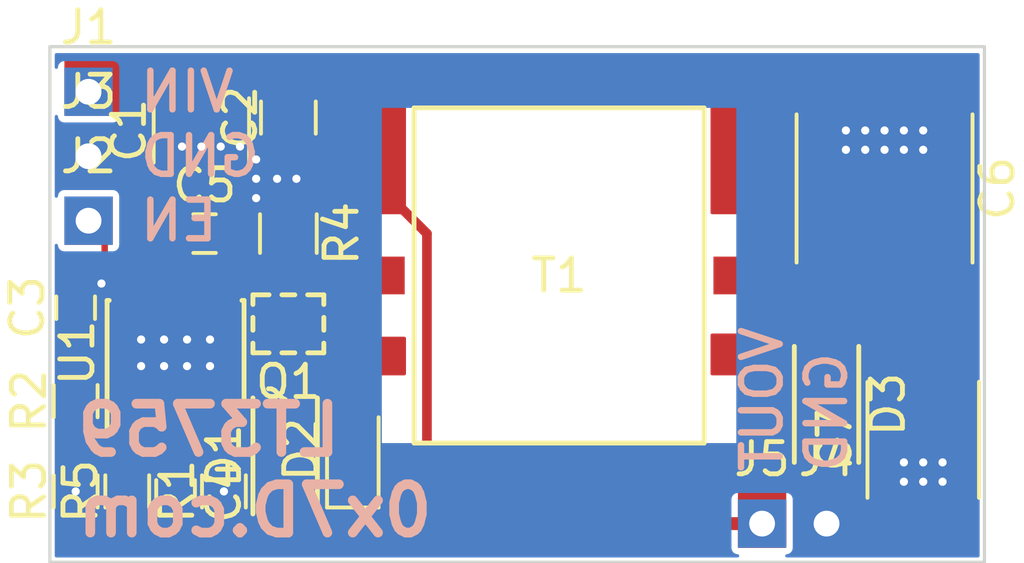
<source format=kicad_pcb>
(kicad_pcb (version 4) (host pcbnew 4.0.7)

  (general
    (links 50)
    (no_connects 0)
    (area 126.725 80.825 159.325 100.275)
    (thickness 1.6)
    (drawings 11)
    (tracks 130)
    (zones 0)
    (modules 23)
    (nets 16)
  )

  (page A4)
  (layers
    (0 F.Cu signal)
    (31 B.Cu signal hide)
    (36 B.SilkS user hide)
    (37 F.SilkS user)
    (38 B.Mask user)
    (39 F.Mask user)
    (44 Edge.Cuts user)
  )

  (setup
    (last_trace_width 0.2)
    (user_trace_width 0.1)
    (user_trace_width 0.2)
    (user_trace_width 0.3)
    (user_trace_width 0.4)
    (user_trace_width 0.5)
    (user_trace_width 0.8)
    (user_trace_width 1)
    (trace_clearance 0.2)
    (zone_clearance 0.1)
    (zone_45_only yes)
    (trace_min 0.1)
    (segment_width 0.2)
    (edge_width 0.1)
    (via_size 0.508)
    (via_drill 0.254)
    (via_min_size 0.508)
    (via_min_drill 0.254)
    (uvia_size 0.3)
    (uvia_drill 0.1)
    (uvias_allowed no)
    (uvia_min_size 0.2)
    (uvia_min_drill 0.1)
    (pcb_text_width 0.3)
    (pcb_text_size 1.5 1.5)
    (mod_edge_width 0.15)
    (mod_text_size 1 1)
    (mod_text_width 0.15)
    (pad_size 0.18 0.56)
    (pad_drill 0)
    (pad_to_mask_clearance 0)
    (aux_axis_origin 0 0)
    (visible_elements 7FFCFFFF)
    (pcbplotparams
      (layerselection 0x00030_80000001)
      (usegerberextensions false)
      (excludeedgelayer true)
      (linewidth 0.100000)
      (plotframeref false)
      (viasonmask false)
      (mode 1)
      (useauxorigin false)
      (hpglpennumber 1)
      (hpglpenspeed 20)
      (hpglpendiameter 15)
      (hpglpenoverlay 2)
      (psnegative false)
      (psa4output false)
      (plotreference true)
      (plotvalue true)
      (plotinvisibletext false)
      (padsonsilk false)
      (subtractmaskfromsilk false)
      (outputformat 1)
      (mirror false)
      (drillshape 1)
      (scaleselection 1)
      (outputdirectory ""))
  )

  (net 0 "")
  (net 1 GNDREF)
  (net 2 "Net-(C1-Pad2)")
  (net 3 "Net-(C3-Pad1)")
  (net 4 "Net-(C4-Pad1)")
  (net 5 "Net-(C5-Pad1)")
  (net 6 "Net-(C6-Pad2)")
  (net 7 "Net-(D1-Pad1)")
  (net 8 "Net-(D2-Pad2)")
  (net 9 "Net-(D3-Pad2)")
  (net 10 "Net-(J2-Pad1)")
  (net 11 "Net-(Q1-Pad3)")
  (net 12 "Net-(Q1-Pad2)")
  (net 13 "Net-(R1-Pad2)")
  (net 14 "Net-(R2-Pad1)")
  (net 15 "Net-(R3-Pad2)")

  (net_class Default "This is the default net class."
    (clearance 0.2)
    (trace_width 0.2)
    (via_dia 0.508)
    (via_drill 0.254)
    (uvia_dia 0.3)
    (uvia_drill 0.1)
    (add_net GNDREF)
    (add_net "Net-(C1-Pad2)")
    (add_net "Net-(C3-Pad1)")
    (add_net "Net-(C4-Pad1)")
    (add_net "Net-(C5-Pad1)")
    (add_net "Net-(C6-Pad2)")
    (add_net "Net-(D1-Pad1)")
    (add_net "Net-(D2-Pad2)")
    (add_net "Net-(D3-Pad2)")
    (add_net "Net-(J2-Pad1)")
    (add_net "Net-(Q1-Pad2)")
    (add_net "Net-(Q1-Pad3)")
    (add_net "Net-(R1-Pad2)")
    (add_net "Net-(R2-Pad1)")
    (add_net "Net-(R3-Pad2)")
  )

  (module Capacitors_SMD:C_1210 (layer F.Cu) (tedit 58AA84E2) (tstamp 5A6CEFB3)
    (at 133.1 85 90)
    (descr "Capacitor SMD 1210, reflow soldering, AVX (see smccp.pdf)")
    (tags "capacitor 1210")
    (path /5A6C10DF)
    (attr smd)
    (fp_text reference C1 (at 0 -2.25 90) (layer F.SilkS)
      (effects (font (size 1 1) (thickness 0.15)))
    )
    (fp_text value C (at 0 2.5 90) (layer F.Fab)
      (effects (font (size 1 1) (thickness 0.15)))
    )
    (fp_text user %R (at 0 -2.25 90) (layer F.Fab)
      (effects (font (size 1 1) (thickness 0.15)))
    )
    (fp_line (start -1.6 1.25) (end -1.6 -1.25) (layer F.Fab) (width 0.1))
    (fp_line (start 1.6 1.25) (end -1.6 1.25) (layer F.Fab) (width 0.1))
    (fp_line (start 1.6 -1.25) (end 1.6 1.25) (layer F.Fab) (width 0.1))
    (fp_line (start -1.6 -1.25) (end 1.6 -1.25) (layer F.Fab) (width 0.1))
    (fp_line (start 1 -1.48) (end -1 -1.48) (layer F.SilkS) (width 0.12))
    (fp_line (start -1 1.48) (end 1 1.48) (layer F.SilkS) (width 0.12))
    (fp_line (start -2.25 -1.5) (end 2.25 -1.5) (layer F.CrtYd) (width 0.05))
    (fp_line (start -2.25 -1.5) (end -2.25 1.5) (layer F.CrtYd) (width 0.05))
    (fp_line (start 2.25 1.5) (end 2.25 -1.5) (layer F.CrtYd) (width 0.05))
    (fp_line (start 2.25 1.5) (end -2.25 1.5) (layer F.CrtYd) (width 0.05))
    (pad 1 smd rect (at -1.5 0 90) (size 1 2.5) (layers F.Cu F.Mask)
      (net 1 GNDREF))
    (pad 2 smd rect (at 1.5 0 90) (size 1 2.5) (layers F.Cu F.Mask)
      (net 2 "Net-(C1-Pad2)"))
    (model Capacitors_SMD.3dshapes/C_1210.wrl
      (at (xyz 0 0 0))
      (scale (xyz 1 1 1))
      (rotate (xyz 0 0 0))
    )
  )

  (module "Custom Parts:EPC2016C" (layer F.Cu) (tedit 5A6D121B) (tstamp 5A6CF00C)
    (at 135.8 91)
    (path /5A6B8B05)
    (fp_text reference Q1 (at 0 1.8) (layer F.SilkS)
      (effects (font (size 1 1) (thickness 0.15)))
    )
    (fp_text value Q_SWITCH (at 0 -1.7) (layer F.Fab)
      (effects (font (size 1 1) (thickness 0.15)))
    )
    (fp_line (start 1.1 0.6) (end 1.1 0.9) (layer F.SilkS) (width 0.15))
    (fp_line (start 1.1 0.9) (end 0.6 0.9) (layer F.SilkS) (width 0.15))
    (fp_line (start 1.1 -0.2) (end 1.1 0.2) (layer F.SilkS) (width 0.15))
    (fp_line (start 1.1 -0.9) (end 1.1 -0.6) (layer F.SilkS) (width 0.15))
    (fp_line (start -0.2 0.9) (end 0.2 0.9) (layer F.SilkS) (width 0.15))
    (fp_line (start -1.1 0.6) (end -1.1 0.9) (layer F.SilkS) (width 0.15))
    (fp_line (start -1.1 0.9) (end -0.6 0.9) (layer F.SilkS) (width 0.15))
    (fp_line (start -1.1 -0.2) (end -1.1 0.2) (layer F.SilkS) (width 0.15))
    (fp_line (start 0.6 -0.9) (end 1.1 -0.9) (layer F.SilkS) (width 0.15))
    (fp_line (start -0.2 -0.9) (end 0.2 -0.9) (layer F.SilkS) (width 0.15))
    (fp_line (start -1.1 -0.9) (end -1.1 -0.6) (layer F.SilkS) (width 0.15))
    (fp_line (start -1.1 -0.9) (end -0.6 -0.9) (layer F.SilkS) (width 0.15))
    (pad 3 smd oval (at 0 0) (size 0.18 1.362) (layers F.Cu F.Mask)
      (net 11 "Net-(Q1-Pad3)"))
    (pad 1 smd oval (at 0.4 0) (size 0.18 1.362) (layers F.Cu F.Mask)
      (net 8 "Net-(D2-Pad2)"))
    (pad 3 smd oval (at 0.8 0) (size 0.18 1.362) (layers F.Cu F.Mask)
      (net 11 "Net-(Q1-Pad3)"))
    (pad 1 smd oval (at -0.4 0) (size 0.18 1.362) (layers F.Cu F.Mask)
      (net 8 "Net-(D2-Pad2)"))
    (pad 4 smd oval (at -0.8 0.401) (size 0.18 0.56) (layers F.Cu F.Mask)
      (net 1 GNDREF))
    (pad 2 smd oval (at -0.8 -0.401) (size 0.18 0.56) (layers F.Cu F.Mask)
      (net 12 "Net-(Q1-Pad2)"))
  )

  (module Capacitors_SMD:C_0603 (layer F.Cu) (tedit 59958EE7) (tstamp 5A6CEFC5)
    (at 132.3 96.2 270)
    (descr "Capacitor SMD 0603, reflow soldering, AVX (see smccp.pdf)")
    (tags "capacitor 0603")
    (path /5A6C6769)
    (attr smd)
    (fp_text reference C4 (at 0 -1.5 270) (layer F.SilkS)
      (effects (font (size 1 1) (thickness 0.15)))
    )
    (fp_text value C_SS (at 0 1.5 270) (layer F.Fab)
      (effects (font (size 1 1) (thickness 0.15)))
    )
    (fp_line (start 1.4 0.65) (end -1.4 0.65) (layer F.CrtYd) (width 0.05))
    (fp_line (start 1.4 0.65) (end 1.4 -0.65) (layer F.CrtYd) (width 0.05))
    (fp_line (start -1.4 -0.65) (end -1.4 0.65) (layer F.CrtYd) (width 0.05))
    (fp_line (start -1.4 -0.65) (end 1.4 -0.65) (layer F.CrtYd) (width 0.05))
    (fp_line (start 0.35 0.6) (end -0.35 0.6) (layer F.SilkS) (width 0.12))
    (fp_line (start -0.35 -0.6) (end 0.35 -0.6) (layer F.SilkS) (width 0.12))
    (fp_line (start -0.8 -0.4) (end 0.8 -0.4) (layer F.Fab) (width 0.1))
    (fp_line (start 0.8 -0.4) (end 0.8 0.4) (layer F.Fab) (width 0.1))
    (fp_line (start 0.8 0.4) (end -0.8 0.4) (layer F.Fab) (width 0.1))
    (fp_line (start -0.8 0.4) (end -0.8 -0.4) (layer F.Fab) (width 0.1))
    (fp_text user %R (at 0 0 270) (layer F.Fab)
      (effects (font (size 0.3 0.3) (thickness 0.075)))
    )
    (pad 2 smd rect (at 0.75 0 270) (size 0.8 0.75) (layers F.Cu F.Mask)
      (net 1 GNDREF))
    (pad 1 smd rect (at -0.75 0 270) (size 0.8 0.75) (layers F.Cu F.Mask)
      (net 4 "Net-(C4-Pad1)"))
    (model Capacitors_SMD.3dshapes/C_0603.wrl
      (at (xyz 0 0 0))
      (scale (xyz 1 1 1))
      (rotate (xyz 0 0 0))
    )
  )

  (module Capacitors_SMD:C_0805 (layer F.Cu) (tedit 58AA8463) (tstamp 5A6CEFB9)
    (at 135.8 84.6 90)
    (descr "Capacitor SMD 0805, reflow soldering, AVX (see smccp.pdf)")
    (tags "capacitor 0805")
    (path /5A6C0FBE)
    (attr smd)
    (fp_text reference C2 (at 0 -1.5 90) (layer F.SilkS)
      (effects (font (size 1 1) (thickness 0.15)))
    )
    (fp_text value C (at 0 1.75 90) (layer F.Fab)
      (effects (font (size 1 1) (thickness 0.15)))
    )
    (fp_text user %R (at 0 -1.5 90) (layer F.Fab)
      (effects (font (size 1 1) (thickness 0.15)))
    )
    (fp_line (start -1 0.62) (end -1 -0.62) (layer F.Fab) (width 0.1))
    (fp_line (start 1 0.62) (end -1 0.62) (layer F.Fab) (width 0.1))
    (fp_line (start 1 -0.62) (end 1 0.62) (layer F.Fab) (width 0.1))
    (fp_line (start -1 -0.62) (end 1 -0.62) (layer F.Fab) (width 0.1))
    (fp_line (start 0.5 -0.85) (end -0.5 -0.85) (layer F.SilkS) (width 0.12))
    (fp_line (start -0.5 0.85) (end 0.5 0.85) (layer F.SilkS) (width 0.12))
    (fp_line (start -1.75 -0.88) (end 1.75 -0.88) (layer F.CrtYd) (width 0.05))
    (fp_line (start -1.75 -0.88) (end -1.75 0.87) (layer F.CrtYd) (width 0.05))
    (fp_line (start 1.75 0.87) (end 1.75 -0.88) (layer F.CrtYd) (width 0.05))
    (fp_line (start 1.75 0.87) (end -1.75 0.87) (layer F.CrtYd) (width 0.05))
    (pad 1 smd rect (at -1 0 90) (size 1 1.25) (layers F.Cu F.Mask)
      (net 1 GNDREF))
    (pad 2 smd rect (at 1 0 90) (size 1 1.25) (layers F.Cu F.Mask)
      (net 2 "Net-(C1-Pad2)"))
    (model Capacitors_SMD.3dshapes/C_0805.wrl
      (at (xyz 0 0 0))
      (scale (xyz 1 1 1))
      (rotate (xyz 0 0 0))
    )
  )

  (module Capacitors_SMD:C_0603 (layer F.Cu) (tedit 59958EE7) (tstamp 5A6CEFBF)
    (at 129.2 90.5 90)
    (descr "Capacitor SMD 0603, reflow soldering, AVX (see smccp.pdf)")
    (tags "capacitor 0603")
    (path /5A6B89DB)
    (attr smd)
    (fp_text reference C3 (at 0 -1.5 90) (layer F.SilkS)
      (effects (font (size 1 1) (thickness 0.15)))
    )
    (fp_text value C_VC (at 0 1.5 90) (layer F.Fab)
      (effects (font (size 1 1) (thickness 0.15)))
    )
    (fp_line (start 1.4 0.65) (end -1.4 0.65) (layer F.CrtYd) (width 0.05))
    (fp_line (start 1.4 0.65) (end 1.4 -0.65) (layer F.CrtYd) (width 0.05))
    (fp_line (start -1.4 -0.65) (end -1.4 0.65) (layer F.CrtYd) (width 0.05))
    (fp_line (start -1.4 -0.65) (end 1.4 -0.65) (layer F.CrtYd) (width 0.05))
    (fp_line (start 0.35 0.6) (end -0.35 0.6) (layer F.SilkS) (width 0.12))
    (fp_line (start -0.35 -0.6) (end 0.35 -0.6) (layer F.SilkS) (width 0.12))
    (fp_line (start -0.8 -0.4) (end 0.8 -0.4) (layer F.Fab) (width 0.1))
    (fp_line (start 0.8 -0.4) (end 0.8 0.4) (layer F.Fab) (width 0.1))
    (fp_line (start 0.8 0.4) (end -0.8 0.4) (layer F.Fab) (width 0.1))
    (fp_line (start -0.8 0.4) (end -0.8 -0.4) (layer F.Fab) (width 0.1))
    (fp_text user %R (at 0 0 90) (layer F.Fab)
      (effects (font (size 0.3 0.3) (thickness 0.075)))
    )
    (pad 2 smd rect (at 0.75 0 90) (size 0.8 0.75) (layers F.Cu F.Mask)
      (net 1 GNDREF))
    (pad 1 smd rect (at -0.75 0 90) (size 0.8 0.75) (layers F.Cu F.Mask)
      (net 3 "Net-(C3-Pad1)"))
    (model Capacitors_SMD.3dshapes/C_0603.wrl
      (at (xyz 0 0 0))
      (scale (xyz 1 1 1))
      (rotate (xyz 0 0 0))
    )
  )

  (module Capacitors_SMD:C_2220 (layer F.Cu) (tedit 58AA8565) (tstamp 5A6CEFD1)
    (at 154.3 86.8 270)
    (descr "Capacitor SMD 2220, reflow soldering, AVX (see smccp.pdf)")
    (tags "capacitor 2220")
    (path /5A6B92D0)
    (attr smd)
    (fp_text reference C6 (at 0 -3.5 270) (layer F.SilkS)
      (effects (font (size 1 1) (thickness 0.15)))
    )
    (fp_text value C_OUT (at 0 3.75 270) (layer F.Fab)
      (effects (font (size 1 1) (thickness 0.15)))
    )
    (fp_text user %R (at 0 -3.5 270) (layer F.Fab)
      (effects (font (size 1 1) (thickness 0.15)))
    )
    (fp_line (start -2.75 2.5) (end -2.75 -2.5) (layer F.Fab) (width 0.1))
    (fp_line (start 2.75 2.5) (end -2.75 2.5) (layer F.Fab) (width 0.1))
    (fp_line (start 2.75 -2.5) (end 2.75 2.5) (layer F.Fab) (width 0.1))
    (fp_line (start -2.75 -2.5) (end 2.75 -2.5) (layer F.Fab) (width 0.1))
    (fp_line (start 2.3 -2.73) (end -2.3 -2.73) (layer F.SilkS) (width 0.12))
    (fp_line (start -2.3 2.73) (end 2.3 2.73) (layer F.SilkS) (width 0.12))
    (fp_line (start -3.55 -2.75) (end 3.55 -2.75) (layer F.CrtYd) (width 0.05))
    (fp_line (start -3.55 -2.75) (end -3.55 2.75) (layer F.CrtYd) (width 0.05))
    (fp_line (start 3.55 2.75) (end 3.55 -2.75) (layer F.CrtYd) (width 0.05))
    (fp_line (start 3.55 2.75) (end -3.55 2.75) (layer F.CrtYd) (width 0.05))
    (pad 1 smd rect (at -2.8 0 270) (size 1 5) (layers F.Cu F.Mask)
      (net 1 GNDREF))
    (pad 2 smd rect (at 2.8 0 270) (size 1 5) (layers F.Cu F.Mask)
      (net 6 "Net-(C6-Pad2)"))
    (model Capacitors_SMD.3dshapes/C_2220.wrl
      (at (xyz 0 0 0))
      (scale (xyz 1 1 1))
      (rotate (xyz 0 0 0))
    )
  )

  (module Capacitors_SMD:C_1812 (layer F.Cu) (tedit 58AA850E) (tstamp 5A6CEFD7)
    (at 155.5 94.6 90)
    (descr "Capacitor SMD 1812, reflow soldering, AVX (see smccp.pdf)")
    (tags "capacitor 1812")
    (path /5A6B93C6)
    (attr smd)
    (fp_text reference C7 (at 0 -2.75 90) (layer F.SilkS)
      (effects (font (size 1 1) (thickness 0.15)))
    )
    (fp_text value C_OUT (at 0 2.75 90) (layer F.Fab)
      (effects (font (size 1 1) (thickness 0.15)))
    )
    (fp_text user %R (at 0 -2.75 90) (layer F.Fab)
      (effects (font (size 1 1) (thickness 0.15)))
    )
    (fp_line (start -2.25 1.6) (end -2.25 -1.6) (layer F.Fab) (width 0.1))
    (fp_line (start 2.25 1.6) (end -2.25 1.6) (layer F.Fab) (width 0.1))
    (fp_line (start 2.25 -1.6) (end 2.25 1.6) (layer F.Fab) (width 0.1))
    (fp_line (start -2.25 -1.6) (end 2.25 -1.6) (layer F.Fab) (width 0.1))
    (fp_line (start 1.8 -1.73) (end -1.8 -1.73) (layer F.SilkS) (width 0.12))
    (fp_line (start -1.8 1.73) (end 1.8 1.73) (layer F.SilkS) (width 0.12))
    (fp_line (start -3.05 -1.85) (end 3.05 -1.85) (layer F.CrtYd) (width 0.05))
    (fp_line (start -3.05 -1.85) (end -3.05 1.85) (layer F.CrtYd) (width 0.05))
    (fp_line (start 3.05 1.85) (end 3.05 -1.85) (layer F.CrtYd) (width 0.05))
    (fp_line (start 3.05 1.85) (end -3.05 1.85) (layer F.CrtYd) (width 0.05))
    (pad 1 smd rect (at -2.3 0 90) (size 1 3) (layers F.Cu F.Mask)
      (net 1 GNDREF))
    (pad 2 smd rect (at 2.3 0 90) (size 1 3) (layers F.Cu F.Mask)
      (net 6 "Net-(C6-Pad2)"))
    (model Capacitors_SMD.3dshapes/C_1812.wrl
      (at (xyz 0 0 0))
      (scale (xyz 1 1 1))
      (rotate (xyz 0 0 0))
    )
  )

  (module "Custom Parts:DO-219AB" (layer F.Cu) (tedit 5A6CE6FC) (tstamp 5A6CEFDD)
    (at 135.7 95.1 270)
    (path /5A6BF6C3)
    (fp_text reference D1 (at 0 1.9 270) (layer F.SilkS)
      (effects (font (size 1 1) (thickness 0.15)))
    )
    (fp_text value D_ZSN (at 0 -1.8 270) (layer F.Fab)
      (effects (font (size 1 1) (thickness 0.15)))
    )
    (fp_line (start -1.8 1) (end 1.8 1) (layer F.SilkS) (width 0.15))
    (fp_line (start -1.8 -1) (end 1.8 -1) (layer F.SilkS) (width 0.15))
    (pad 1 smd rect (at -1.45 0 270) (size 1.3 1.4) (layers F.Cu F.Mask)
      (net 7 "Net-(D1-Pad1)"))
    (pad 2 smd rect (at 1.45 0 270) (size 1.3 1.4) (layers F.Cu F.Mask)
      (net 2 "Net-(C1-Pad2)"))
  )

  (module "Custom Parts:MicroSMP" (layer F.Cu) (tedit 5A5A94B4) (tstamp 5A6CEFE3)
    (at 137.8 94.9 90)
    (descr "Diode SMD in 0805 package http://datasheets.avx.com/schottky.pdf")
    (tags "smd diode")
    (path /5A6B96DB)
    (attr smd)
    (fp_text reference D2 (at 0 -1.6 90) (layer F.SilkS)
      (effects (font (size 1 1) (thickness 0.15)))
    )
    (fp_text value D_SN (at 0 1.7 90) (layer F.Fab)
      (effects (font (size 1 1) (thickness 0.15)))
    )
    (fp_text user %R (at 0 -1.6 90) (layer F.Fab)
      (effects (font (size 1 1) (thickness 0.15)))
    )
    (fp_line (start -1.8 -0.8) (end -1.8 0.8) (layer F.SilkS) (width 0.12))
    (fp_line (start -1.9 0.88) (end -1.9 -0.88) (layer F.CrtYd) (width 0.05))
    (fp_line (start 1.9 0.88) (end -1.9 0.88) (layer F.CrtYd) (width 0.05))
    (fp_line (start 1.9 -0.88) (end 1.9 0.88) (layer F.CrtYd) (width 0.05))
    (fp_line (start -1.9 -0.88) (end 1.9 -0.88) (layer F.CrtYd) (width 0.05))
    (fp_line (start 0.2 0) (end 0.4 0) (layer F.Fab) (width 0.1))
    (fp_line (start -0.1 0) (end -0.3 0) (layer F.Fab) (width 0.1))
    (fp_line (start -0.1 -0.2) (end -0.1 0.2) (layer F.Fab) (width 0.1))
    (fp_line (start 0.2 0.2) (end 0.2 -0.2) (layer F.Fab) (width 0.1))
    (fp_line (start -0.1 0) (end 0.2 0.2) (layer F.Fab) (width 0.1))
    (fp_line (start 0.2 -0.2) (end -0.1 0) (layer F.Fab) (width 0.1))
    (fp_line (start -1 0.65) (end -1 -0.65) (layer F.Fab) (width 0.1))
    (fp_line (start 1 0.65) (end -1 0.65) (layer F.Fab) (width 0.1))
    (fp_line (start 1 -0.65) (end 1 0.65) (layer F.Fab) (width 0.1))
    (fp_line (start -1 -0.65) (end 1 -0.65) (layer F.Fab) (width 0.1))
    (fp_line (start -1.8 0.8) (end 1 0.8) (layer F.SilkS) (width 0.12))
    (fp_line (start -1.8 -0.8) (end 1 -0.8) (layer F.SilkS) (width 0.12))
    (pad 1 smd rect (at -0.65 0 90) (size 2 1.1) (layers F.Cu F.Mask)
      (net 7 "Net-(D1-Pad1)"))
    (pad 2 smd rect (at 1.25 0 90) (size 0.8 0.8) (layers F.Cu F.Mask)
      (net 8 "Net-(D2-Pad2)"))
    (model ${KISYS3DMOD}/Diodes_SMD.3dshapes/D_0805.wrl
      (at (xyz 0 0 0))
      (scale (xyz 1 1 1))
      (rotate (xyz 0 0 0))
    )
  )

  (module "Custom Parts:SOD-123W" (layer F.Cu) (tedit 5A6CE79A) (tstamp 5A6CEFE9)
    (at 152.5 93.5 90)
    (path /5A6B91C6)
    (fp_text reference D3 (at 0 1.9 90) (layer F.SilkS)
      (effects (font (size 1 1) (thickness 0.15)))
    )
    (fp_text value D_RECT (at 0 -1.8 90) (layer F.Fab)
      (effects (font (size 1 1) (thickness 0.15)))
    )
    (fp_line (start -1.8 1) (end 1.8 1) (layer F.SilkS) (width 0.15))
    (fp_line (start -1.8 -1) (end 1.8 -1) (layer F.SilkS) (width 0.15))
    (pad 1 smd rect (at -1.55 0 90) (size 1.2 1.4) (layers F.Cu F.Mask)
      (net 6 "Net-(C6-Pad2)"))
    (pad 2 smd rect (at 1.55 0 90) (size 1.2 1.4) (layers F.Cu F.Mask)
      (net 9 "Net-(D3-Pad2)"))
  )

  (module Measurement_Points:Measurement_Point_Square-TH_Small (layer F.Cu) (tedit 56C360B9) (tstamp 5A6CEFEE)
    (at 129.6 83.8)
    (descr "Mesurement Point, Square, Trough Hole,  1.5mm x 1.5mm, Drill 0.8mm,")
    (tags "Mesurement Point Square Trough Hole 1.5x1.5mm Drill 0.8mm")
    (path /5A6C1261)
    (attr virtual)
    (fp_text reference J1 (at 0 -2) (layer F.SilkS)
      (effects (font (size 1 1) (thickness 0.15)))
    )
    (fp_text value VIN (at 0 2) (layer F.Fab)
      (effects (font (size 1 1) (thickness 0.15)))
    )
    (fp_line (start -1 -1) (end 1 -1) (layer F.CrtYd) (width 0.05))
    (fp_line (start 1 -1) (end 1 1) (layer F.CrtYd) (width 0.05))
    (fp_line (start 1 1) (end -1 1) (layer F.CrtYd) (width 0.05))
    (fp_line (start -1 1) (end -1 -1) (layer F.CrtYd) (width 0.05))
    (pad 1 thru_hole rect (at 0 0) (size 1.5 1.5) (drill 0.8) (layers *.Cu *.Mask)
      (net 2 "Net-(C1-Pad2)"))
  )

  (module Measurement_Points:Measurement_Point_Square-TH_Small (layer F.Cu) (tedit 56C360B9) (tstamp 5A6CEFF3)
    (at 129.6 87.8)
    (descr "Mesurement Point, Square, Trough Hole,  1.5mm x 1.5mm, Drill 0.8mm,")
    (tags "Mesurement Point Square Trough Hole 1.5x1.5mm Drill 0.8mm")
    (path /5A6D210E)
    (attr virtual)
    (fp_text reference J2 (at 0 -2) (layer F.SilkS)
      (effects (font (size 1 1) (thickness 0.15)))
    )
    (fp_text value EN (at 0 2) (layer F.Fab)
      (effects (font (size 1 1) (thickness 0.15)))
    )
    (fp_line (start -1 -1) (end 1 -1) (layer F.CrtYd) (width 0.05))
    (fp_line (start 1 -1) (end 1 1) (layer F.CrtYd) (width 0.05))
    (fp_line (start 1 1) (end -1 1) (layer F.CrtYd) (width 0.05))
    (fp_line (start -1 1) (end -1 -1) (layer F.CrtYd) (width 0.05))
    (pad 1 thru_hole rect (at 0 0) (size 1.5 1.5) (drill 0.8) (layers *.Cu *.Mask)
      (net 10 "Net-(J2-Pad1)"))
  )

  (module Measurement_Points:Measurement_Point_Square-TH_Small (layer F.Cu) (tedit 5A6D0E66) (tstamp 5A6CEFF8)
    (at 129.6 85.8)
    (descr "Mesurement Point, Square, Trough Hole,  1.5mm x 1.5mm, Drill 0.8mm,")
    (tags "Mesurement Point Square Trough Hole 1.5x1.5mm Drill 0.8mm")
    (path /5A6D14D6)
    (attr virtual)
    (fp_text reference J3 (at 0 -2) (layer F.SilkS)
      (effects (font (size 1 1) (thickness 0.15)))
    )
    (fp_text value GND (at 0 2) (layer F.Fab)
      (effects (font (size 1 1) (thickness 0.15)))
    )
    (fp_line (start -1 -1) (end 1 -1) (layer F.CrtYd) (width 0.05))
    (fp_line (start 1 -1) (end 1 1) (layer F.CrtYd) (width 0.05))
    (fp_line (start 1 1) (end -1 1) (layer F.CrtYd) (width 0.05))
    (fp_line (start -1 1) (end -1 -1) (layer F.CrtYd) (width 0.05))
    (pad 1 thru_hole rect (at 0 0) (size 1.5 1.5) (drill 0.8) (layers *.Cu *.Mask)
      (net 1 GNDREF))
  )

  (module Measurement_Points:Measurement_Point_Square-TH_Small (layer F.Cu) (tedit 56C360B9) (tstamp 5A6CEFFD)
    (at 152.5 97.2)
    (descr "Mesurement Point, Square, Trough Hole,  1.5mm x 1.5mm, Drill 0.8mm,")
    (tags "Mesurement Point Square Trough Hole 1.5x1.5mm Drill 0.8mm")
    (path /5A6C4E27)
    (attr virtual)
    (fp_text reference J4 (at 0 -2) (layer F.SilkS)
      (effects (font (size 1 1) (thickness 0.15)))
    )
    (fp_text value GND (at 0 2) (layer F.Fab)
      (effects (font (size 1 1) (thickness 0.15)))
    )
    (fp_line (start -1 -1) (end 1 -1) (layer F.CrtYd) (width 0.05))
    (fp_line (start 1 -1) (end 1 1) (layer F.CrtYd) (width 0.05))
    (fp_line (start 1 1) (end -1 1) (layer F.CrtYd) (width 0.05))
    (fp_line (start -1 1) (end -1 -1) (layer F.CrtYd) (width 0.05))
    (pad 1 thru_hole rect (at 0 0) (size 1.5 1.5) (drill 0.8) (layers *.Cu *.Mask)
      (net 1 GNDREF))
  )

  (module Measurement_Points:Measurement_Point_Square-TH_Small (layer F.Cu) (tedit 56C360B9) (tstamp 5A6CF002)
    (at 150.5 97.2)
    (descr "Mesurement Point, Square, Trough Hole,  1.5mm x 1.5mm, Drill 0.8mm,")
    (tags "Mesurement Point Square Trough Hole 1.5x1.5mm Drill 0.8mm")
    (path /5A6C51D4)
    (attr virtual)
    (fp_text reference J5 (at 0 -2) (layer F.SilkS)
      (effects (font (size 1 1) (thickness 0.15)))
    )
    (fp_text value VOUT (at 0 2) (layer F.Fab)
      (effects (font (size 1 1) (thickness 0.15)))
    )
    (fp_line (start -1 -1) (end 1 -1) (layer F.CrtYd) (width 0.05))
    (fp_line (start 1 -1) (end 1 1) (layer F.CrtYd) (width 0.05))
    (fp_line (start 1 1) (end -1 1) (layer F.CrtYd) (width 0.05))
    (fp_line (start -1 1) (end -1 -1) (layer F.CrtYd) (width 0.05))
    (pad 1 thru_hole rect (at 0 0) (size 1.5 1.5) (drill 0.8) (layers *.Cu *.Mask)
      (net 6 "Net-(C6-Pad2)"))
  )

  (module Resistors_SMD:R_0603 (layer F.Cu) (tedit 58E0A804) (tstamp 5A6CF012)
    (at 133.8 96.2 90)
    (descr "Resistor SMD 0603, reflow soldering, Vishay (see dcrcw.pdf)")
    (tags "resistor 0603")
    (path /5A6BAAF4)
    (attr smd)
    (fp_text reference R1 (at 0 -1.45 90) (layer F.SilkS)
      (effects (font (size 1 1) (thickness 0.15)))
    )
    (fp_text value R_FREQ (at 0 1.5 90) (layer F.Fab)
      (effects (font (size 1 1) (thickness 0.15)))
    )
    (fp_text user %R (at 0 0 90) (layer F.Fab)
      (effects (font (size 0.4 0.4) (thickness 0.075)))
    )
    (fp_line (start -0.8 0.4) (end -0.8 -0.4) (layer F.Fab) (width 0.1))
    (fp_line (start 0.8 0.4) (end -0.8 0.4) (layer F.Fab) (width 0.1))
    (fp_line (start 0.8 -0.4) (end 0.8 0.4) (layer F.Fab) (width 0.1))
    (fp_line (start -0.8 -0.4) (end 0.8 -0.4) (layer F.Fab) (width 0.1))
    (fp_line (start 0.5 0.68) (end -0.5 0.68) (layer F.SilkS) (width 0.12))
    (fp_line (start -0.5 -0.68) (end 0.5 -0.68) (layer F.SilkS) (width 0.12))
    (fp_line (start -1.25 -0.7) (end 1.25 -0.7) (layer F.CrtYd) (width 0.05))
    (fp_line (start -1.25 -0.7) (end -1.25 0.7) (layer F.CrtYd) (width 0.05))
    (fp_line (start 1.25 0.7) (end 1.25 -0.7) (layer F.CrtYd) (width 0.05))
    (fp_line (start 1.25 0.7) (end -1.25 0.7) (layer F.CrtYd) (width 0.05))
    (pad 1 smd rect (at -0.75 0 90) (size 0.5 0.9) (layers F.Cu F.Mask)
      (net 1 GNDREF))
    (pad 2 smd rect (at 0.75 0 90) (size 0.5 0.9) (layers F.Cu F.Mask)
      (net 13 "Net-(R1-Pad2)"))
    (model ${KISYS3DMOD}/Resistors_SMD.3dshapes/R_0603.wrl
      (at (xyz 0 0 0))
      (scale (xyz 1 1 1))
      (rotate (xyz 0 0 0))
    )
  )

  (module Resistors_SMD:R_0603 (layer F.Cu) (tedit 58E0A804) (tstamp 5A6CF018)
    (at 129.2 93.4 90)
    (descr "Resistor SMD 0603, reflow soldering, Vishay (see dcrcw.pdf)")
    (tags "resistor 0603")
    (path /5A6B8978)
    (attr smd)
    (fp_text reference R2 (at 0 -1.45 90) (layer F.SilkS)
      (effects (font (size 1 1) (thickness 0.15)))
    )
    (fp_text value R_VC (at 0 1.5 90) (layer F.Fab)
      (effects (font (size 1 1) (thickness 0.15)))
    )
    (fp_text user %R (at 0 0 90) (layer F.Fab)
      (effects (font (size 0.4 0.4) (thickness 0.075)))
    )
    (fp_line (start -0.8 0.4) (end -0.8 -0.4) (layer F.Fab) (width 0.1))
    (fp_line (start 0.8 0.4) (end -0.8 0.4) (layer F.Fab) (width 0.1))
    (fp_line (start 0.8 -0.4) (end 0.8 0.4) (layer F.Fab) (width 0.1))
    (fp_line (start -0.8 -0.4) (end 0.8 -0.4) (layer F.Fab) (width 0.1))
    (fp_line (start 0.5 0.68) (end -0.5 0.68) (layer F.SilkS) (width 0.12))
    (fp_line (start -0.5 -0.68) (end 0.5 -0.68) (layer F.SilkS) (width 0.12))
    (fp_line (start -1.25 -0.7) (end 1.25 -0.7) (layer F.CrtYd) (width 0.05))
    (fp_line (start -1.25 -0.7) (end -1.25 0.7) (layer F.CrtYd) (width 0.05))
    (fp_line (start 1.25 0.7) (end 1.25 -0.7) (layer F.CrtYd) (width 0.05))
    (fp_line (start 1.25 0.7) (end -1.25 0.7) (layer F.CrtYd) (width 0.05))
    (pad 1 smd rect (at -0.75 0 90) (size 0.5 0.9) (layers F.Cu F.Mask)
      (net 14 "Net-(R2-Pad1)"))
    (pad 2 smd rect (at 0.75 0 90) (size 0.5 0.9) (layers F.Cu F.Mask)
      (net 3 "Net-(C3-Pad1)"))
    (model ${KISYS3DMOD}/Resistors_SMD.3dshapes/R_0603.wrl
      (at (xyz 0 0 0))
      (scale (xyz 1 1 1))
      (rotate (xyz 0 0 0))
    )
  )

  (module Resistors_SMD:R_0603 (layer F.Cu) (tedit 58E0A804) (tstamp 5A6CF01E)
    (at 129.2 96.2 90)
    (descr "Resistor SMD 0603, reflow soldering, Vishay (see dcrcw.pdf)")
    (tags "resistor 0603")
    (path /5A6B9FBA)
    (attr smd)
    (fp_text reference R3 (at 0 -1.45 90) (layer F.SilkS)
      (effects (font (size 1 1) (thickness 0.15)))
    )
    (fp_text value R_BIAS (at 0 1.5 90) (layer F.Fab)
      (effects (font (size 1 1) (thickness 0.15)))
    )
    (fp_text user %R (at 0 0 90) (layer F.Fab)
      (effects (font (size 0.4 0.4) (thickness 0.075)))
    )
    (fp_line (start -0.8 0.4) (end -0.8 -0.4) (layer F.Fab) (width 0.1))
    (fp_line (start 0.8 0.4) (end -0.8 0.4) (layer F.Fab) (width 0.1))
    (fp_line (start 0.8 -0.4) (end 0.8 0.4) (layer F.Fab) (width 0.1))
    (fp_line (start -0.8 -0.4) (end 0.8 -0.4) (layer F.Fab) (width 0.1))
    (fp_line (start 0.5 0.68) (end -0.5 0.68) (layer F.SilkS) (width 0.12))
    (fp_line (start -0.5 -0.68) (end 0.5 -0.68) (layer F.SilkS) (width 0.12))
    (fp_line (start -1.25 -0.7) (end 1.25 -0.7) (layer F.CrtYd) (width 0.05))
    (fp_line (start -1.25 -0.7) (end -1.25 0.7) (layer F.CrtYd) (width 0.05))
    (fp_line (start 1.25 0.7) (end 1.25 -0.7) (layer F.CrtYd) (width 0.05))
    (fp_line (start 1.25 0.7) (end -1.25 0.7) (layer F.CrtYd) (width 0.05))
    (pad 1 smd rect (at -0.75 0 90) (size 0.5 0.9) (layers F.Cu F.Mask)
      (net 1 GNDREF))
    (pad 2 smd rect (at 0.75 0 90) (size 0.5 0.9) (layers F.Cu F.Mask)
      (net 15 "Net-(R3-Pad2)"))
    (model ${KISYS3DMOD}/Resistors_SMD.3dshapes/R_0603.wrl
      (at (xyz 0 0 0))
      (scale (xyz 1 1 1))
      (rotate (xyz 0 0 0))
    )
  )

  (module Resistors_SMD:R_0805 (layer F.Cu) (tedit 58E0A804) (tstamp 5A6CF024)
    (at 135.8 88.2 270)
    (descr "Resistor SMD 0805, reflow soldering, Vishay (see dcrcw.pdf)")
    (tags "resistor 0805")
    (path /5A6B8B69)
    (attr smd)
    (fp_text reference R4 (at 0 -1.65 270) (layer F.SilkS)
      (effects (font (size 1 1) (thickness 0.15)))
    )
    (fp_text value R_SENSE (at 0 1.75 270) (layer F.Fab)
      (effects (font (size 1 1) (thickness 0.15)))
    )
    (fp_text user %R (at 0 0 270) (layer F.Fab)
      (effects (font (size 0.5 0.5) (thickness 0.075)))
    )
    (fp_line (start -1 0.62) (end -1 -0.62) (layer F.Fab) (width 0.1))
    (fp_line (start 1 0.62) (end -1 0.62) (layer F.Fab) (width 0.1))
    (fp_line (start 1 -0.62) (end 1 0.62) (layer F.Fab) (width 0.1))
    (fp_line (start -1 -0.62) (end 1 -0.62) (layer F.Fab) (width 0.1))
    (fp_line (start 0.6 0.88) (end -0.6 0.88) (layer F.SilkS) (width 0.12))
    (fp_line (start -0.6 -0.88) (end 0.6 -0.88) (layer F.SilkS) (width 0.12))
    (fp_line (start -1.55 -0.9) (end 1.55 -0.9) (layer F.CrtYd) (width 0.05))
    (fp_line (start -1.55 -0.9) (end -1.55 0.9) (layer F.CrtYd) (width 0.05))
    (fp_line (start 1.55 0.9) (end 1.55 -0.9) (layer F.CrtYd) (width 0.05))
    (fp_line (start 1.55 0.9) (end -1.55 0.9) (layer F.CrtYd) (width 0.05))
    (pad 1 smd rect (at -0.95 0 270) (size 0.7 1.3) (layers F.Cu F.Mask)
      (net 1 GNDREF))
    (pad 2 smd rect (at 0.95 0 270) (size 0.7 1.3) (layers F.Cu F.Mask)
      (net 11 "Net-(Q1-Pad3)"))
    (model ${KISYS3DMOD}/Resistors_SMD.3dshapes/R_0805.wrl
      (at (xyz 0 0 0))
      (scale (xyz 1 1 1))
      (rotate (xyz 0 0 0))
    )
  )

  (module Resistors_SMD:R_0603 (layer F.Cu) (tedit 58E0A804) (tstamp 5A6CF02A)
    (at 130.8 96.2 90)
    (descr "Resistor SMD 0603, reflow soldering, Vishay (see dcrcw.pdf)")
    (tags "resistor 0603")
    (path /5A6B9F37)
    (attr smd)
    (fp_text reference R5 (at 0 -1.45 90) (layer F.SilkS)
      (effects (font (size 1 1) (thickness 0.15)))
    )
    (fp_text value R_FB (at 0 1.5 90) (layer F.Fab)
      (effects (font (size 1 1) (thickness 0.15)))
    )
    (fp_text user %R (at 0 0 90) (layer F.Fab)
      (effects (font (size 0.4 0.4) (thickness 0.075)))
    )
    (fp_line (start -0.8 0.4) (end -0.8 -0.4) (layer F.Fab) (width 0.1))
    (fp_line (start 0.8 0.4) (end -0.8 0.4) (layer F.Fab) (width 0.1))
    (fp_line (start 0.8 -0.4) (end 0.8 0.4) (layer F.Fab) (width 0.1))
    (fp_line (start -0.8 -0.4) (end 0.8 -0.4) (layer F.Fab) (width 0.1))
    (fp_line (start 0.5 0.68) (end -0.5 0.68) (layer F.SilkS) (width 0.12))
    (fp_line (start -0.5 -0.68) (end 0.5 -0.68) (layer F.SilkS) (width 0.12))
    (fp_line (start -1.25 -0.7) (end 1.25 -0.7) (layer F.CrtYd) (width 0.05))
    (fp_line (start -1.25 -0.7) (end -1.25 0.7) (layer F.CrtYd) (width 0.05))
    (fp_line (start 1.25 0.7) (end 1.25 -0.7) (layer F.CrtYd) (width 0.05))
    (fp_line (start 1.25 0.7) (end -1.25 0.7) (layer F.CrtYd) (width 0.05))
    (pad 1 smd rect (at -0.75 0 90) (size 0.5 0.9) (layers F.Cu F.Mask)
      (net 6 "Net-(C6-Pad2)"))
    (pad 2 smd rect (at 0.75 0 90) (size 0.5 0.9) (layers F.Cu F.Mask)
      (net 15 "Net-(R3-Pad2)"))
    (model ${KISYS3DMOD}/Resistors_SMD.3dshapes/R_0603.wrl
      (at (xyz 0 0 0))
      (scale (xyz 1 1 1))
      (rotate (xyz 0 0 0))
    )
  )

  (module "Custom Parts:Wurth_WE-FB_10.18x13.36mm" (layer F.Cu) (tedit 5A6CED20) (tstamp 5A6CF038)
    (at 144.2 89.5 180)
    (path /5A6B88EA)
    (fp_text reference T1 (at 0 0 180) (layer F.SilkS)
      (effects (font (size 1 1) (thickness 0.15)))
    )
    (fp_text value Wurth_Transformer_10.16x13.36mm (at 0 -6.1 180) (layer F.Fab)
      (effects (font (size 1 1) (thickness 0.15)))
    )
    (fp_line (start -4.5 -5.2) (end 4.5 -5.2) (layer F.SilkS) (width 0.15))
    (fp_line (start 4.5 -5.2) (end 4.5 5.2) (layer F.SilkS) (width 0.15))
    (fp_line (start 4.5 5.2) (end -4.5 5.2) (layer F.SilkS) (width 0.15))
    (fp_line (start -4.5 5.2) (end -4.5 -5.2) (layer F.SilkS) (width 0.15))
    (pad 1 smd rect (at -5.83 2.5 180) (size 2.08 1.17) (layers F.Cu F.Mask)
      (net 1 GNDREF))
    (pad 2 smd rect (at -5.83 0 180) (size 2.08 1.17) (layers F.Cu F.Mask))
    (pad 3 smd rect (at -5.83 -2.5 180) (size 2.08 1.17) (layers F.Cu F.Mask)
      (net 9 "Net-(D3-Pad2)"))
    (pad 4 smd rect (at 5.83 -2.5 180) (size 2.08 1.17) (layers F.Cu F.Mask)
      (net 8 "Net-(D2-Pad2)"))
    (pad 6 smd rect (at 5.83 2.5 180) (size 2.08 1.17) (layers F.Cu F.Mask)
      (net 2 "Net-(C1-Pad2)"))
    (pad 5 smd rect (at 5.83 0 180) (size 2.08 1.17) (layers F.Cu F.Mask))
  )

  (module Housings_SSOP:MSOP-12-1EP_3x4mm_Pitch0.65mm (layer F.Cu) (tedit 57AFAE52) (tstamp 5A6CF050)
    (at 132.3 91.9 90)
    (descr "MSE Package; 12-Lead Plastic MSOP, Exposed Die Pad; (see Linear Technology 05081666_G_MSE12.pdf)")
    (tags "SSOP 0.65")
    (path /5A6BF1D9)
    (attr smd)
    (fp_text reference U1 (at 0 -3.05 90) (layer F.SilkS)
      (effects (font (size 1 1) (thickness 0.15)))
    )
    (fp_text value LTC3759 (at 0 3.05 90) (layer F.Fab)
      (effects (font (size 1 1) (thickness 0.15)))
    )
    (fp_line (start -0.5 -2) (end 1.5 -2) (layer F.Fab) (width 0.15))
    (fp_line (start 1.5 -2) (end 1.5 2) (layer F.Fab) (width 0.15))
    (fp_line (start 1.5 2) (end -1.5 2) (layer F.Fab) (width 0.15))
    (fp_line (start -1.5 2) (end -1.5 -1) (layer F.Fab) (width 0.15))
    (fp_line (start -1.5 -1) (end -0.5 -2) (layer F.Fab) (width 0.15))
    (fp_line (start -2.8 -2.3) (end -2.8 2.3) (layer F.CrtYd) (width 0.05))
    (fp_line (start 2.8 -2.3) (end 2.8 2.3) (layer F.CrtYd) (width 0.05))
    (fp_line (start -2.8 -2.3) (end 2.8 -2.3) (layer F.CrtYd) (width 0.05))
    (fp_line (start -2.8 2.3) (end 2.8 2.3) (layer F.CrtYd) (width 0.05))
    (fp_line (start 1.625 -2.125) (end 1.625 -2.06) (layer F.SilkS) (width 0.15))
    (fp_line (start 1.625 2.125) (end 1.625 2.06) (layer F.SilkS) (width 0.15))
    (fp_line (start -1.625 2.125) (end -1.625 2.06) (layer F.SilkS) (width 0.15))
    (fp_line (start -1.625 -2.125) (end 1.625 -2.125) (layer F.SilkS) (width 0.15))
    (fp_line (start -1.625 2.125) (end 1.625 2.125) (layer F.SilkS) (width 0.15))
    (fp_line (start -1.625 -2.125) (end -2.55 -2.125) (layer F.SilkS) (width 0.15))
    (fp_text user %R (at 0 0 90) (layer F.Fab)
      (effects (font (size 0.6 0.6) (thickness 0.15)))
    )
    (pad 1 smd rect (at -2.105 -1.625 90) (size 0.89 0.42) (layers F.Cu F.Mask)
      (net 14 "Net-(R2-Pad1)"))
    (pad 2 smd rect (at -2.105 -0.975 90) (size 0.89 0.42) (layers F.Cu F.Mask)
      (net 15 "Net-(R3-Pad2)"))
    (pad 3 smd rect (at -2.105 -0.325 90) (size 0.89 0.42) (layers F.Cu F.Mask)
      (net 4 "Net-(C4-Pad1)"))
    (pad 4 smd rect (at -2.105 0.325 90) (size 0.89 0.42) (layers F.Cu F.Mask)
      (net 13 "Net-(R1-Pad2)"))
    (pad 5 smd rect (at -2.105 0.975 90) (size 0.89 0.42) (layers F.Cu F.Mask)
      (net 1 GNDREF))
    (pad 6 smd rect (at -2.105 1.625 90) (size 0.89 0.42) (layers F.Cu F.Mask)
      (net 1 GNDREF))
    (pad 7 smd rect (at 2.105 1.625 90) (size 0.89 0.42) (layers F.Cu F.Mask)
      (net 11 "Net-(Q1-Pad3)"))
    (pad 8 smd rect (at 2.105 0.975 90) (size 0.89 0.42) (layers F.Cu F.Mask)
      (net 12 "Net-(Q1-Pad2)"))
    (pad 9 smd rect (at 2.105 0.325 90) (size 0.89 0.42) (layers F.Cu F.Mask)
      (net 5 "Net-(C5-Pad1)"))
    (pad 10 smd rect (at 2.105 -0.325 90) (size 0.89 0.42) (layers F.Cu F.Mask)
      (net 2 "Net-(C1-Pad2)"))
    (pad 11 smd rect (at 2.105 -0.975 90) (size 0.89 0.42) (layers F.Cu F.Mask)
      (net 2 "Net-(C1-Pad2)"))
    (pad 12 smd rect (at 2.105 -1.625 90) (size 0.89 0.42) (layers F.Cu F.Mask)
      (net 10 "Net-(J2-Pad1)"))
    (pad 13 smd rect (at 0.4125 1.06875 90) (size 0.825 0.7125) (layers F.Cu F.Mask)
      (net 1 GNDREF) (solder_paste_margin_ratio -0.2))
    (pad 13 smd rect (at 0.4125 0.35625 90) (size 0.825 0.7125) (layers F.Cu F.Mask)
      (net 1 GNDREF) (solder_paste_margin_ratio -0.2))
    (pad 13 smd rect (at 0.4125 -0.35625 90) (size 0.825 0.7125) (layers F.Cu F.Mask)
      (net 1 GNDREF) (solder_paste_margin_ratio -0.2))
    (pad 13 smd rect (at 0.4125 -1.06875 90) (size 0.825 0.7125) (layers F.Cu F.Mask)
      (net 1 GNDREF) (solder_paste_margin_ratio -0.2))
    (pad 13 smd rect (at -0.4125 1.06875 90) (size 0.825 0.7125) (layers F.Cu F.Mask)
      (net 1 GNDREF) (solder_paste_margin_ratio -0.2))
    (pad 13 smd rect (at -0.4125 0.35625 90) (size 0.825 0.7125) (layers F.Cu F.Mask)
      (net 1 GNDREF) (solder_paste_margin_ratio -0.2))
    (pad 13 smd rect (at -0.4125 -0.35625 90) (size 0.825 0.7125) (layers F.Cu F.Mask)
      (net 1 GNDREF) (solder_paste_margin_ratio -0.2))
    (pad 13 smd rect (at -0.4125 -1.06875 90) (size 0.825 0.7125) (layers F.Cu F.Mask)
      (net 1 GNDREF) (solder_paste_margin_ratio -0.2))
    (model ${KISYS3DMOD}/Housings_SSOP.3dshapes/MSOP-12-1EP_3x4mm_Pitch0.65mm.wrl
      (at (xyz 0 0 0))
      (scale (xyz 1 1 1))
      (rotate (xyz 0 0 0))
    )
  )

  (module Capacitors_SMD:C_0603 (layer F.Cu) (tedit 59958EE7) (tstamp 5A6CEFCB)
    (at 133.2 88.2)
    (descr "Capacitor SMD 0603, reflow soldering, AVX (see smccp.pdf)")
    (tags "capacitor 0603")
    (path /5A6BA4CA)
    (attr smd)
    (fp_text reference C5 (at 0 -1.5) (layer F.SilkS)
      (effects (font (size 1 1) (thickness 0.15)))
    )
    (fp_text value C_BP (at 0 1.5) (layer F.Fab)
      (effects (font (size 1 1) (thickness 0.15)))
    )
    (fp_line (start 1.4 0.65) (end -1.4 0.65) (layer F.CrtYd) (width 0.05))
    (fp_line (start 1.4 0.65) (end 1.4 -0.65) (layer F.CrtYd) (width 0.05))
    (fp_line (start -1.4 -0.65) (end -1.4 0.65) (layer F.CrtYd) (width 0.05))
    (fp_line (start -1.4 -0.65) (end 1.4 -0.65) (layer F.CrtYd) (width 0.05))
    (fp_line (start 0.35 0.6) (end -0.35 0.6) (layer F.SilkS) (width 0.12))
    (fp_line (start -0.35 -0.6) (end 0.35 -0.6) (layer F.SilkS) (width 0.12))
    (fp_line (start -0.8 -0.4) (end 0.8 -0.4) (layer F.Fab) (width 0.1))
    (fp_line (start 0.8 -0.4) (end 0.8 0.4) (layer F.Fab) (width 0.1))
    (fp_line (start 0.8 0.4) (end -0.8 0.4) (layer F.Fab) (width 0.1))
    (fp_line (start -0.8 0.4) (end -0.8 -0.4) (layer F.Fab) (width 0.1))
    (fp_text user %R (at 0 0) (layer F.Fab)
      (effects (font (size 0.3 0.3) (thickness 0.075)))
    )
    (pad 2 smd rect (at 0.75 0) (size 0.8 0.75) (layers F.Cu F.Mask)
      (net 1 GNDREF))
    (pad 1 smd rect (at -0.75 0) (size 0.8 0.75) (layers F.Cu F.Mask)
      (net 5 "Net-(C5-Pad1)"))
    (model Capacitors_SMD.3dshapes/C_0603.wrl
      (at (xyz 0 0 0))
      (scale (xyz 1 1 1))
      (rotate (xyz 0 0 0))
    )
  )

  (gr_text LT3759 (at 129.1 94.3) (layer B.SilkS)
    (effects (font (size 1.5 1.5) (thickness 0.3)) (justify right mirror))
  )
  (gr_text 0x7D.com (at 129.1 96.8) (layer B.SilkS)
    (effects (font (size 1.5 1.5) (thickness 0.3)) (justify right mirror))
  )
  (gr_text VOUT (at 150.5 95.7 90) (layer B.SilkS)
    (effects (font (size 1.2 1.2) (thickness 0.2)) (justify right mirror))
  )
  (gr_text GND (at 152.5 95.7 90) (layer B.SilkS)
    (effects (font (size 1.2 1.2) (thickness 0.2)) (justify right mirror))
  )
  (gr_text EN (at 131.1 87.8) (layer B.SilkS)
    (effects (font (size 1.2 1.2) (thickness 0.2)) (justify right mirror))
  )
  (gr_text GND (at 131.1 85.8) (layer B.SilkS)
    (effects (font (size 1.2 1.2) (thickness 0.2)) (justify right mirror))
  )
  (gr_text VIN (at 131.1 83.8) (layer B.SilkS)
    (effects (font (size 1.2 1.2) (thickness 0.2)) (justify right mirror))
  )
  (gr_line (start 128.4 98.4) (end 157.4 98.4) (angle 90) (layer Edge.Cuts) (width 0.1))
  (gr_line (start 157.4 82.4) (end 128.4 82.4) (angle 90) (layer Edge.Cuts) (width 0.1))
  (gr_line (start 157.4 98.4) (end 157.4 82.4) (angle 90) (layer Edge.Cuts) (width 0.1))
  (gr_line (start 128.4 82.4) (end 128.4 98.4) (angle 90) (layer Edge.Cuts) (width 0.1))

  (via (at 134.8 87.1) (size 0.508) (drill 0.254) (layers F.Cu B.Cu) (net 1))
  (segment (start 134.8 86.5) (end 134.8 87.1) (width 0.2) (layer F.Cu) (net 1))
  (via (at 134.8 86.5) (size 0.508) (drill 0.254) (layers F.Cu B.Cu) (net 1))
  (segment (start 156.1 95.3) (end 155.5 95.3) (width 0.2) (layer F.Cu) (net 1))
  (via (at 155.5 95.3) (size 0.508) (drill 0.254) (layers F.Cu B.Cu) (net 1))
  (segment (start 154.9 95.3) (end 154.9 95.9) (width 0.2) (layer F.Cu) (net 1))
  (via (at 154.9 95.9) (size 0.508) (drill 0.254) (layers F.Cu B.Cu) (net 1))
  (via (at 155.5 95.9) (size 0.508) (drill 0.254) (layers F.Cu B.Cu) (net 1))
  (segment (start 154.9 95.9) (end 155.5 95.9) (width 0.2) (layer F.Cu) (net 1))
  (via (at 154.9 95.3) (size 0.508) (drill 0.254) (layers F.Cu B.Cu) (net 1))
  (segment (start 155.5 95.3) (end 154.9 95.3) (width 0.2) (layer F.Cu) (net 1))
  (via (at 156.1 95.3) (size 0.508) (drill 0.254) (layers F.Cu B.Cu) (net 1))
  (segment (start 156.1 95.9) (end 155.5 95.9) (width 0.2) (layer F.Cu) (net 1))
  (segment (start 155.5 95.9) (end 155.5 96.9) (width 0.2) (layer F.Cu) (net 1))
  (via (at 156.1 95.9) (size 0.508) (drill 0.254) (layers F.Cu B.Cu) (net 1))
  (segment (start 155.5 85.6) (end 154.9 85.6) (width 0.2) (layer F.Cu) (net 1))
  (via (at 154.9 85.6) (size 0.508) (drill 0.254) (layers F.Cu B.Cu) (net 1))
  (segment (start 154.3 85.6) (end 153.7 85.6) (width 0.2) (layer F.Cu) (net 1))
  (via (at 153.7 85.6) (size 0.508) (drill 0.254) (layers F.Cu B.Cu) (net 1))
  (segment (start 153.1 85.6) (end 153.1 85) (width 0.2) (layer F.Cu) (net 1))
  (via (at 153.1 85) (size 0.508) (drill 0.254) (layers F.Cu B.Cu) (net 1))
  (segment (start 153.7 85) (end 154.3 85) (width 0.2) (layer F.Cu) (net 1))
  (via (at 153.7 85) (size 0.508) (drill 0.254) (layers F.Cu B.Cu) (net 1))
  (segment (start 153.1 85) (end 153.7 85) (width 0.2) (layer F.Cu) (net 1))
  (via (at 154.3 85) (size 0.508) (drill 0.254) (layers F.Cu B.Cu) (net 1))
  (via (at 153.1 85.6) (size 0.508) (drill 0.254) (layers F.Cu B.Cu) (net 1))
  (segment (start 153.7 85.6) (end 153.1 85.6) (width 0.2) (layer F.Cu) (net 1))
  (via (at 154.3 85.6) (size 0.508) (drill 0.254) (layers F.Cu B.Cu) (net 1))
  (segment (start 154.9 85.6) (end 154.3 85.6) (width 0.2) (layer F.Cu) (net 1))
  (via (at 155.5 85.6) (size 0.508) (drill 0.254) (layers F.Cu B.Cu) (net 1))
  (segment (start 155.5 85) (end 154.9 85) (width 0.2) (layer F.Cu) (net 1))
  (via (at 154.9 85) (size 0.508) (drill 0.254) (layers F.Cu B.Cu) (net 1))
  (segment (start 154.9 85) (end 154.3 85) (width 0.2) (layer F.Cu) (net 1))
  (via (at 155.5 85) (size 0.508) (drill 0.254) (layers F.Cu B.Cu) (net 1))
  (segment (start 154.3 85) (end 154.3 84) (width 0.2) (layer F.Cu) (net 1))
  (segment (start 132.3 96.95) (end 132.35 96.95) (width 0.2) (layer F.Cu) (net 1))
  (segment (start 132.35 96.95) (end 133.1 96.2) (width 0.3) (layer F.Cu) (net 1) (tstamp 5A6D2AA6))
  (segment (start 133.1 96.2) (end 133.8 96.2) (width 0.3) (layer F.Cu) (net 1) (tstamp 5A6D2AA7))
  (segment (start 133.8 96.95) (end 133.8 96.2) (width 0.3) (layer F.Cu) (net 1))
  (via (at 133.8 96.2) (size 0.508) (drill 0.254) (layers F.Cu B.Cu) (net 1))
  (segment (start 129.2 96.95) (end 129.2 96.2) (width 0.3) (layer F.Cu) (net 1))
  (via (at 129.2 96.2) (size 0.508) (drill 0.254) (layers F.Cu B.Cu) (net 1))
  (segment (start 133.275 94.005) (end 133.275 92.40625) (width 0.3) (layer F.Cu) (net 1))
  (segment (start 133.275 92.40625) (end 133.36875 92.3125) (width 0.2) (layer F.Cu) (net 1) (tstamp 5A6D2841))
  (segment (start 133.275 94.005) (end 133.925 94.005) (width 0.3) (layer F.Cu) (net 1))
  (segment (start 135 91.401) (end 133.45525 91.401) (width 0.1) (layer F.Cu) (net 1))
  (segment (start 133.45525 91.401) (end 133.36875 91.4875) (width 0.1) (layer F.Cu) (net 1) (tstamp 5A6D2819))
  (segment (start 134.8 86.5) (end 134.8 85.9) (width 0.2) (layer F.Cu) (net 1))
  (via (at 134.8 85.9) (size 0.508) (drill 0.254) (layers F.Cu B.Cu) (net 1))
  (segment (start 136.05 86.5) (end 135.45 86.5) (width 0.2) (layer F.Cu) (net 1))
  (via (at 135.45 86.5) (size 0.508) (drill 0.254) (layers F.Cu B.Cu) (net 1))
  (segment (start 134.8 86.5) (end 133.1 86.5) (width 0.2) (layer F.Cu) (net 1) (status 20))
  (segment (start 135.45 86.5) (end 134.8 86.5) (width 0.2) (layer F.Cu) (net 1))
  (via (at 136.05 86.5) (size 0.508) (drill 0.254) (layers F.Cu B.Cu) (net 1))
  (segment (start 134.3 85.5) (end 133.7 85.5) (width 0.2) (layer F.Cu) (net 1))
  (via (at 133.7 85.5) (size 0.508) (drill 0.254) (layers F.Cu B.Cu) (net 1))
  (via (at 133.1 85.5) (size 0.508) (drill 0.254) (layers F.Cu B.Cu) (net 1))
  (segment (start 133.7 85.5) (end 133.1 85.5) (width 0.2) (layer F.Cu) (net 1))
  (via (at 134.3 85.5) (size 0.508) (drill 0.254) (layers F.Cu B.Cu) (net 1))
  (segment (start 132.5 85.5) (end 133.1 85.5) (width 0.2) (layer F.Cu) (net 1))
  (segment (start 133.1 85.5) (end 133.1 86.5) (width 0.2) (layer F.Cu) (net 1) (status 20))
  (via (at 132.5 85.5) (size 0.508) (drill 0.254) (layers F.Cu B.Cu) (net 1))
  (segment (start 129.2 89.75) (end 130 89.75) (width 0.3) (layer F.Cu) (net 1) (status 10))
  (via (at 130 89.75) (size 0.508) (drill 0.254) (layers F.Cu B.Cu) (net 1))
  (via (at 131.23125 92.3125) (size 0.508) (drill 0.254) (layers F.Cu B.Cu) (net 1) (status 30))
  (segment (start 131.25 92.3) (end 131.24375 92.3) (width 0.4) (layer B.Cu) (net 1) (tstamp 5A6D1696))
  (segment (start 131.24375 92.3) (end 131.23125 92.3125) (width 0.4) (layer B.Cu) (net 1) (tstamp 5A6D1695))
  (via (at 131.94375 92.3125) (size 0.508) (drill 0.254) (layers F.Cu B.Cu) (net 1) (status 30))
  (segment (start 131.95 92.3) (end 131.95 92.30625) (width 0.4) (layer B.Cu) (net 1) (tstamp 5A6D1691))
  (segment (start 131.95 92.30625) (end 131.94375 92.3125) (width 0.4) (layer B.Cu) (net 1) (tstamp 5A6D1690))
  (via (at 132.65625 92.3125) (size 0.508) (drill 0.254) (layers F.Cu B.Cu) (net 1) (status 30))
  (segment (start 132.6 92.3) (end 132.64375 92.3) (width 0.4) (layer B.Cu) (net 1) (tstamp 5A6D168C))
  (segment (start 132.64375 92.3) (end 132.65625 92.3125) (width 0.4) (layer B.Cu) (net 1) (tstamp 5A6D168B))
  (via (at 133.36875 92.3125) (size 0.508) (drill 0.254) (layers F.Cu B.Cu) (net 1) (status 30))
  (segment (start 133.275 92.40625) (end 133.36875 92.3125) (width 0.4) (layer F.Cu) (net 1) (tstamp 5A6D1665) (status 30))
  (segment (start 133.35625 92.3) (end 133.35 92.3) (width 0.4) (layer B.Cu) (net 1) (tstamp 5A6D1687))
  (segment (start 133.36875 92.3125) (end 133.35625 92.3) (width 0.4) (layer B.Cu) (net 1) (tstamp 5A6D1686))
  (via (at 133.36875 91.4875) (size 0.508) (drill 0.254) (layers F.Cu B.Cu) (net 1) (status 30))
  (segment (start 133.35 91.5) (end 133.35625 91.5) (width 0.4) (layer B.Cu) (net 1) (tstamp 5A6D1682))
  (segment (start 133.35625 91.5) (end 133.36875 91.4875) (width 0.4) (layer B.Cu) (net 1) (tstamp 5A6D1681))
  (via (at 132.65625 91.4875) (size 0.508) (drill 0.254) (layers F.Cu B.Cu) (net 1) (status 30))
  (segment (start 132.65 91.5) (end 132.65 91.49375) (width 0.4) (layer B.Cu) (net 1) (tstamp 5A6D167D))
  (segment (start 132.65 91.49375) (end 132.65625 91.4875) (width 0.4) (layer B.Cu) (net 1) (tstamp 5A6D167C))
  (via (at 131.94375 91.4875) (size 0.508) (drill 0.254) (layers F.Cu B.Cu) (net 1) (status 30))
  (segment (start 131.95 91.5) (end 131.95 91.49375) (width 0.4) (layer B.Cu) (net 1) (tstamp 5A6D1678))
  (segment (start 131.95 91.49375) (end 131.94375 91.4875) (width 0.4) (layer B.Cu) (net 1) (tstamp 5A6D1677))
  (via (at 131.23125 91.4875) (size 0.508) (drill 0.254) (layers F.Cu B.Cu) (net 1) (status 30))
  (segment (start 131.25 91.5) (end 131.24375 91.5) (width 0.4) (layer B.Cu) (net 1) (tstamp 5A6D1673))
  (segment (start 131.24375 91.5) (end 131.23125 91.4875) (width 0.4) (layer B.Cu) (net 1) (tstamp 5A6D1672))
  (segment (start 133.95 88.2) (end 133.9 88.2) (width 0.4) (layer F.Cu) (net 1) (status 30))
  (segment (start 135.7 96.35) (end 136.55 97.2) (width 0.3) (layer F.Cu) (net 2))
  (segment (start 139.1 97.2) (end 140.1 96.2) (width 0.3) (layer F.Cu) (net 2) (tstamp 5A6D2941))
  (segment (start 136.55 97.2) (end 139.1 97.2) (width 0.3) (layer F.Cu) (net 2) (tstamp 5A6D293C))
  (segment (start 135.7 96.35) (end 136.25 96.9) (width 0.2) (layer F.Cu) (net 2))
  (segment (start 140.1 96.2) (end 140.1 88.2) (width 0.3) (layer F.Cu) (net 2) (tstamp 5A6D2919))
  (segment (start 140.1 88.2) (end 138.9 87) (width 0.3) (layer F.Cu) (net 2) (tstamp 5A6D2920))
  (segment (start 138.9 87) (end 138.37 87) (width 0.2) (layer F.Cu) (net 2) (tstamp 5A6D2923))
  (segment (start 129.2 91.25) (end 129.2 92.65) (width 0.2) (layer F.Cu) (net 3) (status 30))
  (segment (start 131.975 94.005) (end 131.975 94.575) (width 0.2) (layer F.Cu) (net 4))
  (segment (start 132.3 94.9) (end 132.3 95.45) (width 0.2) (layer F.Cu) (net 4) (tstamp 5A6D2A5A))
  (segment (start 131.975 94.575) (end 132.3 94.9) (width 0.2) (layer F.Cu) (net 4) (tstamp 5A6D2A59))
  (segment (start 150.5 97.2) (end 140.35 97.2) (width 0.4) (layer F.Cu) (net 6))
  (segment (start 140.35 97.2) (end 139.75 97.8) (width 0.4) (layer F.Cu) (net 6) (tstamp 5A6D2D6C))
  (segment (start 130.8 96.95) (end 130.8 97.5) (width 0.4) (layer F.Cu) (net 6))
  (segment (start 130.8 97.5) (end 131.1 97.8) (width 0.4) (layer F.Cu) (net 6) (tstamp 5A6D2C7D))
  (segment (start 131.1 97.8) (end 139.75 97.8) (width 0.4) (layer F.Cu) (net 6) (tstamp 5A6D2C7F))
  (segment (start 135.7 93.45) (end 135.9 93.45) (width 0.4) (layer F.Cu) (net 7) (status 30))
  (segment (start 137.8 95.35) (end 137.8 95.55) (width 0.4) (layer F.Cu) (net 7) (tstamp 5A6D2553) (status 30))
  (segment (start 130.675 89.795) (end 130.675 89.425) (width 0.2) (layer F.Cu) (net 10) (status 30))
  (segment (start 130.675 89.425) (end 130.1 88.85) (width 0.2) (layer F.Cu) (net 10) (tstamp 5A6D18D4) (status 10))
  (segment (start 130.1 88.85) (end 130.1 88.3) (width 0.2) (layer F.Cu) (net 10) (tstamp 5A6D18D8) (status 20))
  (segment (start 130.1 88.3) (end 129.6 87.8) (width 0.2) (layer F.Cu) (net 10) (tstamp 5A6D18DB) (status 30))
  (segment (start 133.925 89.795) (end 134.305 89.795) (width 0.3) (layer F.Cu) (net 11) (status 10))
  (segment (start 134.95 89.15) (end 135.8 89.15) (width 0.3) (layer F.Cu) (net 11) (tstamp 5A6D25F6) (status 20))
  (segment (start 134.305 89.795) (end 134.95 89.15) (width 0.3) (layer F.Cu) (net 11) (tstamp 5A6D25F2))
  (segment (start 135 90.599) (end 133.499 90.599) (width 0.1) (layer F.Cu) (net 12) (status 10))
  (segment (start 133.275 90.375) (end 133.275 89.795) (width 0.1) (layer F.Cu) (net 12) (tstamp 5A6D2618) (status 20))
  (segment (start 133.499 90.599) (end 133.275 90.375) (width 0.1) (layer F.Cu) (net 12) (tstamp 5A6D2617))
  (segment (start 132.625 94.005) (end 132.625 94.525) (width 0.2) (layer F.Cu) (net 13))
  (segment (start 133.8 95) (end 133.8 95.45) (width 0.2) (layer F.Cu) (net 13) (tstamp 5A6D2A4D))
  (segment (start 133.6 94.8) (end 133.8 95) (width 0.2) (layer F.Cu) (net 13) (tstamp 5A6D2A4B))
  (segment (start 132.9 94.8) (end 133.6 94.8) (width 0.2) (layer F.Cu) (net 13) (tstamp 5A6D2A49))
  (segment (start 132.625 94.525) (end 132.9 94.8) (width 0.2) (layer F.Cu) (net 13) (tstamp 5A6D2A45))
  (segment (start 133.75 95.45) (end 133.8 95.45) (width 0.2) (layer F.Cu) (net 13) (tstamp 5A6D259B) (status 30))
  (segment (start 129.2 94.15) (end 130.53 94.15) (width 0.2) (layer F.Cu) (net 14))
  (segment (start 130.53 94.15) (end 130.675 94.005) (width 0.2) (layer F.Cu) (net 14) (tstamp 5A6D2A83))
  (segment (start 129.2 95.45) (end 130.8 95.45) (width 0.2) (layer F.Cu) (net 15))
  (segment (start 131.325 94.005) (end 131.325 94.575) (width 0.2) (layer F.Cu) (net 15))
  (segment (start 131.325 94.575) (end 130.8 95.1) (width 0.2) (layer F.Cu) (net 15) (tstamp 5A6D2A5D))
  (segment (start 130.8 95.1) (end 130.8 95.45) (width 0.2) (layer F.Cu) (net 15) (tstamp 5A6D2A5E))

  (zone (net 1) (net_name GNDREF) (layer B.Cu) (tstamp 5A6D14D2) (hatch edge 0.508)
    (connect_pads yes (clearance 0.1))
    (min_thickness 0.1)
    (fill yes (arc_segments 32) (thermal_gap 0.254) (thermal_bridge_width 0.254))
    (polygon
      (pts
        (xy 128.4 82.6) (xy 128.5 98.4) (xy 157.5 98.4) (xy 157.4 82.6)
      )
    )
    (filled_polygon
      (pts
        (xy 157.2 98.2) (xy 151.26516 98.2) (xy 151.289811 98.198034) (xy 151.357336 98.177123) (xy 151.416362 98.138228)
        (xy 151.462214 98.084429) (xy 151.491263 98.019985) (xy 151.501209 97.95) (xy 151.501209 96.45) (xy 151.498034 96.410189)
        (xy 151.477123 96.342664) (xy 151.438228 96.283638) (xy 151.384429 96.237786) (xy 151.319985 96.208737) (xy 151.25 96.198791)
        (xy 149.75 96.198791) (xy 149.710189 96.201966) (xy 149.642664 96.222877) (xy 149.583638 96.261772) (xy 149.537786 96.315571)
        (xy 149.508737 96.380015) (xy 149.498791 96.45) (xy 149.498791 97.95) (xy 149.501966 97.989811) (xy 149.522877 98.057336)
        (xy 149.561772 98.116362) (xy 149.615571 98.162214) (xy 149.680015 98.191263) (xy 149.741493 98.2) (xy 128.6 98.2)
        (xy 128.6 88.56516) (xy 128.601966 88.589811) (xy 128.622877 88.657336) (xy 128.661772 88.716362) (xy 128.715571 88.762214)
        (xy 128.780015 88.791263) (xy 128.85 88.801209) (xy 130.35 88.801209) (xy 130.389811 88.798034) (xy 130.457336 88.777123)
        (xy 130.516362 88.738228) (xy 130.562214 88.684429) (xy 130.591263 88.619985) (xy 130.601209 88.55) (xy 130.601209 87.05)
        (xy 130.598034 87.010189) (xy 130.577123 86.942664) (xy 130.538228 86.883638) (xy 130.484429 86.837786) (xy 130.419985 86.808737)
        (xy 130.35 86.798791) (xy 128.85 86.798791) (xy 128.810189 86.801966) (xy 128.742664 86.822877) (xy 128.683638 86.861772)
        (xy 128.637786 86.915571) (xy 128.608737 86.980015) (xy 128.6 87.041493) (xy 128.6 84.56516) (xy 128.601966 84.589811)
        (xy 128.622877 84.657336) (xy 128.661772 84.716362) (xy 128.715571 84.762214) (xy 128.780015 84.791263) (xy 128.85 84.801209)
        (xy 130.35 84.801209) (xy 130.389811 84.798034) (xy 130.457336 84.777123) (xy 130.516362 84.738228) (xy 130.562214 84.684429)
        (xy 130.591263 84.619985) (xy 130.601209 84.55) (xy 130.601209 84.3) (xy 138.65 84.3) (xy 138.65 94.7)
        (xy 138.653419 94.718173) (xy 138.66416 94.734864) (xy 138.680547 94.746061) (xy 138.7 94.75) (xy 149.7 94.75)
        (xy 149.718173 94.746581) (xy 149.734864 94.73584) (xy 149.746061 94.719453) (xy 149.75 94.7) (xy 149.75 84.3)
        (xy 149.746581 84.281827) (xy 149.73584 84.265136) (xy 149.719453 84.253939) (xy 149.7 84.25) (xy 138.7 84.25)
        (xy 138.681827 84.253419) (xy 138.665136 84.26416) (xy 138.653939 84.280547) (xy 138.65 84.3) (xy 130.601209 84.3)
        (xy 130.601209 83.05) (xy 130.598034 83.010189) (xy 130.577123 82.942664) (xy 130.538228 82.883638) (xy 130.484429 82.837786)
        (xy 130.419985 82.808737) (xy 130.35 82.798791) (xy 128.85 82.798791) (xy 128.810189 82.801966) (xy 128.742664 82.822877)
        (xy 128.683638 82.861772) (xy 128.637786 82.915571) (xy 128.608737 82.980015) (xy 128.6 83.041493) (xy 128.6 82.65)
        (xy 157.2 82.65)
      )
    )
  )
  (zone (net 8) (net_name "Net-(D2-Pad2)") (layer F.Cu) (tstamp 5A6D2364) (hatch edge 0.508)
    (connect_pads yes (clearance 0.1))
    (min_thickness 0.1)
    (fill yes (arc_segments 32) (thermal_gap 0.254) (thermal_bridge_width 0.254))
    (polygon
      (pts
        (xy 135.5 91.8) (xy 135.6 91.9) (xy 136 91.9) (xy 136.1 91.8) (xy 136.1 90.3)
        (xy 136.3 90.3) (xy 136.3 91.8) (xy 136.4 91.9) (xy 136.8 91.9) (xy 137.3 91.4)
        (xy 139.45 91.4) (xy 139.45 92.6) (xy 138.5 92.6) (xy 138.2 92.9) (xy 138.2 94.05)
        (xy 137.4 94.05) (xy 137.4 92.7) (xy 137.1 92.4) (xy 135.4 92.4) (xy 135.3 92.3)
        (xy 135.3 90.3) (xy 135.5 90.3)
      )
    )
    (filled_polygon
      (pts
        (xy 135.45 91.8) (xy 135.45198 91.81393) (xy 135.457761 91.826756) (xy 135.464645 91.835355) (xy 135.564645 91.935355)
        (xy 135.575894 91.943805) (xy 135.589052 91.948787) (xy 135.6 91.95) (xy 136 91.95) (xy 136.01393 91.94802)
        (xy 136.026756 91.942239) (xy 136.035355 91.935355) (xy 136.135355 91.835355) (xy 136.143805 91.824106) (xy 136.148787 91.810948)
        (xy 136.15 91.8) (xy 136.15 90.35) (xy 136.25 90.35) (xy 136.25 91.8) (xy 136.25198 91.81393)
        (xy 136.257761 91.826756) (xy 136.264645 91.835355) (xy 136.364645 91.935355) (xy 136.375894 91.943805) (xy 136.389052 91.948787)
        (xy 136.4 91.95) (xy 136.8 91.95) (xy 136.81393 91.94802) (xy 136.826756 91.942239) (xy 136.835355 91.935355)
        (xy 137.32071 91.45) (xy 139.4 91.45) (xy 139.4 92.55) (xy 138.5 92.55) (xy 138.48607 92.55198)
        (xy 138.473244 92.557761) (xy 138.464645 92.564645) (xy 138.164645 92.864645) (xy 138.156195 92.875894) (xy 138.151213 92.889052)
        (xy 138.15 92.9) (xy 138.15 94) (xy 137.45 94) (xy 137.45 92.7) (xy 137.44802 92.68607)
        (xy 137.442239 92.673244) (xy 137.435355 92.664645) (xy 137.135355 92.364645) (xy 137.124106 92.356195) (xy 137.110948 92.351213)
        (xy 137.1 92.35) (xy 135.42071 92.35) (xy 135.35 92.27929) (xy 135.35 90.35) (xy 135.45 90.35)
      )
    )
  )
  (zone (net 11) (net_name "Net-(Q1-Pad3)") (layer F.Cu) (tstamp 5A6D2365) (hatch edge 0.508)
    (connect_pads yes (clearance 0.1))
    (min_thickness 0.1)
    (fill yes (arc_segments 32) (thermal_gap 0.254) (thermal_bridge_width 0.254))
    (polygon
      (pts
        (xy 136.7 91.7) (xy 136.5 91.7) (xy 136.5 90.3) (xy 136.5 90.2) (xy 136.4 90.1)
        (xy 136 90.1) (xy 135.9 90.2) (xy 135.9 91.7) (xy 135.7 91.7) (xy 135.7 90.2)
        (xy 135.6 90.1) (xy 135.15 89.65) (xy 135.15 88.8) (xy 136.45 88.8) (xy 136.45 89.5)
        (xy 136.7 89.75)
      )
    )
    (filled_polygon
      (pts
        (xy 136.4 89.5) (xy 136.40198 89.51393) (xy 136.407761 89.526756) (xy 136.414645 89.535355) (xy 136.65 89.77071)
        (xy 136.65 91.65) (xy 136.55 91.65) (xy 136.55 90.2) (xy 136.54802 90.18607) (xy 136.542239 90.173244)
        (xy 136.535355 90.164645) (xy 136.435355 90.064645) (xy 136.424106 90.056195) (xy 136.410948 90.051213) (xy 136.4 90.05)
        (xy 136 90.05) (xy 135.98607 90.05198) (xy 135.973244 90.057761) (xy 135.964645 90.064645) (xy 135.864645 90.164645)
        (xy 135.856195 90.175894) (xy 135.851213 90.189052) (xy 135.85 90.2) (xy 135.85 91.65) (xy 135.75 91.65)
        (xy 135.75 90.2) (xy 135.74802 90.18607) (xy 135.742239 90.173244) (xy 135.735355 90.164645) (xy 135.2 89.62929)
        (xy 135.2 88.85) (xy 136.4 88.85)
      )
    )
  )
  (zone (net 12) (net_name "Net-(Q1-Pad2)") (layer F.Cu) (tstamp 5A6D2366) (hatch edge 0.508)
    (connect_pads yes (clearance 0.1))
    (min_thickness 0.1)
    (fill yes (arc_segments 32) (thermal_gap 0.254) (thermal_bridge_width 0.254))
    (polygon
      (pts
        (xy 133.05 89.35) (xy 133.5 89.35) (xy 133.5 90.25) (xy 133.5 90.35) (xy 133.6 90.45)
        (xy 134.95 90.45) (xy 134.95 90.75) (xy 133.3 90.75) (xy 133.05 90.5)
      )
    )
    (filled_polygon
      (pts
        (xy 133.45 90.35) (xy 133.45198 90.36393) (xy 133.457761 90.376756) (xy 133.464645 90.385355) (xy 133.564645 90.485355)
        (xy 133.575894 90.493805) (xy 133.589052 90.498787) (xy 133.6 90.5) (xy 134.9 90.5) (xy 134.9 90.7)
        (xy 133.32071 90.7) (xy 133.1 90.47929) (xy 133.1 89.4) (xy 133.45 89.4)
      )
    )
  )
  (zone (net 1) (net_name GNDREF) (layer F.Cu) (tstamp 5A6D239D) (hatch edge 0.508)
    (connect_pads yes (clearance 0.1))
    (min_thickness 0.1)
    (fill yes (arc_segments 32) (thermal_gap 0.254) (thermal_bridge_width 0.254))
    (polygon
      (pts
        (xy 136.45 87.6) (xy 135.35 87.6) (xy 134.35 88.6) (xy 133.55 88.6) (xy 133.55 87.35)
        (xy 133.2 87) (xy 131.85 87) (xy 131.85 85.1) (xy 136.45 85.1)
      )
    )
    (filled_polygon
      (pts
        (xy 136.4 87.55) (xy 135.35 87.55) (xy 135.33607 87.55198) (xy 135.323244 87.557761) (xy 135.314645 87.564645)
        (xy 134.32929 88.55) (xy 133.6 88.55) (xy 133.6 87.35) (xy 133.59802 87.33607) (xy 133.592239 87.323244)
        (xy 133.585355 87.314645) (xy 133.235355 86.964645) (xy 133.224106 86.956195) (xy 133.210948 86.951213) (xy 133.2 86.95)
        (xy 131.9 86.95) (xy 131.9 85.15) (xy 136.4 85.15)
      )
    )
  )
  (zone (net 5) (net_name "Net-(C5-Pad1)") (layer F.Cu) (tstamp 5A6D242D) (hatch edge 0.508)
    (connect_pads yes (clearance 0.1))
    (min_thickness 0.1)
    (fill yes (arc_segments 32) (thermal_gap 0.254) (thermal_bridge_width 0.254))
    (polygon
      (pts
        (xy 132.4 90.25) (xy 132.85 90.25) (xy 132.85 87.8) (xy 132.05 87.8) (xy 132.05 88.6)
        (xy 132.4 88.95)
      )
    )
    (filled_polygon
      (pts
        (xy 132.8 90.2) (xy 132.45 90.2) (xy 132.45 88.95) (xy 132.44802 88.93607) (xy 132.442239 88.923244)
        (xy 132.435355 88.914645) (xy 132.1 88.57929) (xy 132.1 87.85) (xy 132.8 87.85)
      )
    )
  )
  (zone (net 2) (net_name "Net-(C1-Pad2)") (layer F.Cu) (tstamp 5A6D2453) (hatch edge 0.508)
    (connect_pads yes (clearance 0.1))
    (min_thickness 0.1)
    (fill yes (arc_segments 32) (thermal_gap 0.254) (thermal_bridge_width 0.254))
    (polygon
      (pts
        (xy 139.45 87.6) (xy 137.3 87.6) (xy 137.3 84.5) (xy 131.45 84.5) (xy 131.45 88.4)
        (xy 132.2 89.15) (xy 132.2 90.25) (xy 131.1 90.25) (xy 131.1 89.15) (xy 130.75 88.8)
        (xy 130.75 84.55) (xy 128.85 84.55) (xy 128.85 82.8) (xy 139.45 82.8)
      )
    )
    (filled_polygon
      (pts
        (xy 139.4 87.55) (xy 137.35 87.55) (xy 137.35 84.5) (xy 137.34802 84.48607) (xy 137.342239 84.473244)
        (xy 137.333112 84.462536) (xy 137.321364 84.454794) (xy 137.307924 84.450632) (xy 137.3 84.45) (xy 131.45 84.45)
        (xy 131.43607 84.45198) (xy 131.423244 84.457761) (xy 131.412536 84.466888) (xy 131.404794 84.478636) (xy 131.400632 84.492076)
        (xy 131.4 84.5) (xy 131.4 88.4) (xy 131.40198 88.41393) (xy 131.407761 88.426756) (xy 131.414645 88.435355)
        (xy 132.15 89.17071) (xy 132.15 90.2) (xy 131.15 90.2) (xy 131.15 89.15) (xy 131.14802 89.13607)
        (xy 131.142239 89.123244) (xy 131.135355 89.114645) (xy 130.8 88.77929) (xy 130.8 84.55) (xy 130.79802 84.53607)
        (xy 130.792239 84.523244) (xy 130.783112 84.512536) (xy 130.771364 84.504794) (xy 130.757924 84.500632) (xy 130.75 84.5)
        (xy 128.9 84.5) (xy 128.9 82.85) (xy 139.4 82.85)
      )
    )
  )
  (zone (net 1) (net_name GNDREF) (layer F.Cu) (tstamp 5A6D27FE) (hatch edge 0.508)
    (connect_pads yes (clearance 0.1))
    (min_thickness 0.1)
    (fill yes (arc_segments 32) (thermal_gap 0.254) (thermal_bridge_width 0.254))
    (polygon
      (pts
        (xy 133.75 91.25) (xy 135 91.25) (xy 135 91.55) (xy 133.75 91.55) (xy 133.75 92.75)
        (xy 130.85 92.75) (xy 130.85 91.05) (xy 133.75 91.05)
      )
    )
    (filled_polygon
      (pts
        (xy 133.7 91.25) (xy 133.70198 91.26393) (xy 133.707761 91.276756) (xy 133.716888 91.287464) (xy 133.728636 91.295206)
        (xy 133.742076 91.299368) (xy 133.75 91.3) (xy 134.95 91.3) (xy 134.95 91.5) (xy 133.75 91.5)
        (xy 133.73607 91.50198) (xy 133.723244 91.507761) (xy 133.712536 91.516888) (xy 133.704794 91.528636) (xy 133.700632 91.542076)
        (xy 133.7 91.55) (xy 133.7 92.7) (xy 130.9 92.7) (xy 130.9 91.1) (xy 133.7 91.1)
      )
    )
  )
  (zone (net 0) (net_name "") (layer B.Cu) (tstamp 5A6D28A8) (hatch edge 0.508)
    (connect_pads yes (clearance 0.1))
    (min_thickness 0.1)
    (keepout (tracks not_allowed) (vias not_allowed) (copperpour not_allowed))
    (fill (arc_segments 32) (thermal_gap 0.254) (thermal_bridge_width 0.254))
    (polygon
      (pts
        (xy 138.7 84.3) (xy 149.7 84.3) (xy 149.7 94.7) (xy 138.7 94.7)
      )
    )
  )
  (zone (net 1) (net_name GNDREF) (layer F.Cu) (tstamp 5A6D2AD9) (hatch edge 0.508)
    (connect_pads yes (clearance 0.1))
    (min_thickness 0.1)
    (fill yes (arc_segments 32) (thermal_gap 0.254) (thermal_bridge_width 0.254))
    (polygon
      (pts
        (xy 156.8 87.6) (xy 148.9 87.6) (xy 148.9 83.5) (xy 156.8 83.5)
      )
    )
    (filled_polygon
      (pts
        (xy 156.75 87.55) (xy 148.95 87.55) (xy 148.95 83.55) (xy 156.75 83.55)
      )
    )
  )
  (zone (net 1) (net_name GNDREF) (layer F.Cu) (tstamp 5A6D2B3F) (hatch edge 0.508)
    (connect_pads yes (clearance 0.1))
    (min_thickness 0.1)
    (fill yes (arc_segments 32) (thermal_gap 0.254) (thermal_bridge_width 0.254))
    (polygon
      (pts
        (xy 157 97.4) (xy 154 97.4) (xy 154 94.9) (xy 157 94.9)
      )
    )
    (filled_polygon
      (pts
        (xy 156.95 97.35) (xy 154.05 97.35) (xy 154.05 94.95) (xy 156.95 94.95)
      )
    )
  )
  (zone (net 9) (net_name "Net-(D3-Pad2)") (layer F.Cu) (tstamp 5A6D2B4B) (hatch edge 0.508)
    (connect_pads yes (clearance 0.1))
    (min_thickness 0.1)
    (fill yes (arc_segments 32) (thermal_gap 0.254) (thermal_bridge_width 0.254))
    (polygon
      (pts
        (xy 153.2 92.6) (xy 148.9 92.6) (xy 148.9 91.3) (xy 153.2 91.3)
      )
    )
    (filled_polygon
      (pts
        (xy 153.15 92.55) (xy 148.95 92.55) (xy 148.95 91.35) (xy 153.15 91.35)
      )
    )
  )
  (zone (net 7) (net_name "Net-(D1-Pad1)") (layer F.Cu) (tstamp 5A6D2D9B) (hatch edge 0.508)
    (connect_pads yes (clearance 0.1))
    (min_thickness 0.1)
    (fill yes (arc_segments 32) (thermal_gap 0.254) (thermal_bridge_width 0.254))
    (polygon
      (pts
        (xy 136.4 94.25) (xy 136.7 94.55) (xy 138.35 94.55) (xy 138.35 96.55) (xy 137.25 96.55)
        (xy 137.25 95.5) (xy 136.95 95.2) (xy 135 95.2) (xy 135 93) (xy 136.4 93)
      )
    )
    (filled_polygon
      (pts
        (xy 136.35 94.25) (xy 136.35198 94.26393) (xy 136.357761 94.276756) (xy 136.364645 94.285355) (xy 136.664645 94.585355)
        (xy 136.675894 94.593805) (xy 136.689052 94.598787) (xy 136.7 94.6) (xy 138.3 94.6) (xy 138.3 96.5)
        (xy 137.3 96.5) (xy 137.3 95.5) (xy 137.29802 95.48607) (xy 137.292239 95.473244) (xy 137.285355 95.464645)
        (xy 136.985355 95.164645) (xy 136.974106 95.156195) (xy 136.960948 95.151213) (xy 136.95 95.15) (xy 135.05 95.15)
        (xy 135.05 93.05) (xy 136.35 93.05)
      )
    )
  )
  (zone (net 6) (net_name "Net-(C6-Pad2)") (layer F.Cu) (tstamp 5A6D2F34) (hatch edge 0.508)
    (connect_pads yes (clearance 0.1))
    (min_thickness 0.1)
    (fill yes (arc_segments 32) (thermal_gap 0.254) (thermal_bridge_width 0.254))
    (polygon
      (pts
        (xy 151.8 89.1) (xy 157 89.1) (xy 157 94.3) (xy 153.2 94.3) (xy 153.2 95.65)
        (xy 151.25 95.65) (xy 151.25 97.95) (xy 149.75 97.95) (xy 149.75 93.2) (xy 154 93.2)
        (xy 154 90.1) (xy 151.8 90.1)
      )
    )
    (filled_polygon
      (pts
        (xy 156.95 94.25) (xy 153.2 94.25) (xy 153.18607 94.25198) (xy 153.173244 94.257761) (xy 153.162536 94.266888)
        (xy 153.154794 94.278636) (xy 153.150632 94.292076) (xy 153.15 94.3) (xy 153.15 95.6) (xy 151.25 95.6)
        (xy 151.23607 95.60198) (xy 151.223244 95.607761) (xy 151.212536 95.616888) (xy 151.204794 95.628636) (xy 151.200632 95.642076)
        (xy 151.2 95.65) (xy 151.2 97.9) (xy 149.8 97.9) (xy 149.8 93.25) (xy 154 93.25)
        (xy 154.01393 93.24802) (xy 154.026756 93.242239) (xy 154.037464 93.233112) (xy 154.045206 93.221364) (xy 154.049368 93.207924)
        (xy 154.05 93.2) (xy 154.05 90.1) (xy 154.04802 90.08607) (xy 154.042239 90.073244) (xy 154.033112 90.062536)
        (xy 154.021364 90.054794) (xy 154.007924 90.050632) (xy 154 90.05) (xy 151.85 90.05) (xy 151.85 89.15)
        (xy 156.95 89.15)
      )
    )
  )
)

</source>
